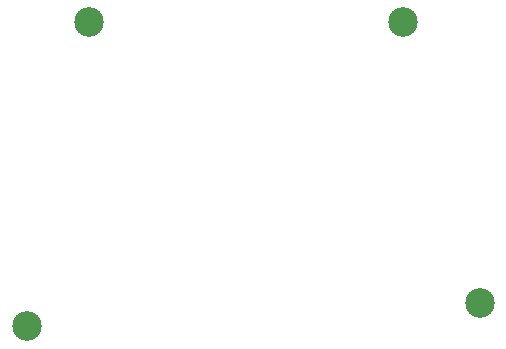
<source format=gbr>
%TF.GenerationSoftware,KiCad,Pcbnew,6.0.7-1.fc35*%
%TF.CreationDate,2022-11-04T20:07:34+01:00*%
%TF.ProjectId,Ring,52696e67-2e6b-4696-9361-645f70636258,rev?*%
%TF.SameCoordinates,Original*%
%TF.FileFunction,Copper,L2,Bot*%
%TF.FilePolarity,Positive*%
%FSLAX46Y46*%
G04 Gerber Fmt 4.6, Leading zero omitted, Abs format (unit mm)*
G04 Created by KiCad (PCBNEW 6.0.7-1.fc35) date 2022-11-04 20:07:34*
%MOMM*%
%LPD*%
G01*
G04 APERTURE LIST*
%TA.AperFunction,ViaPad*%
%ADD10C,2.500000*%
%TD*%
G04 APERTURE END LIST*
D10*
%TO.N,*%
X170930000Y-100470000D03*
X137820000Y-76680000D03*
X164460000Y-76680000D03*
X132580000Y-102370000D03*
%TD*%
M02*

</source>
